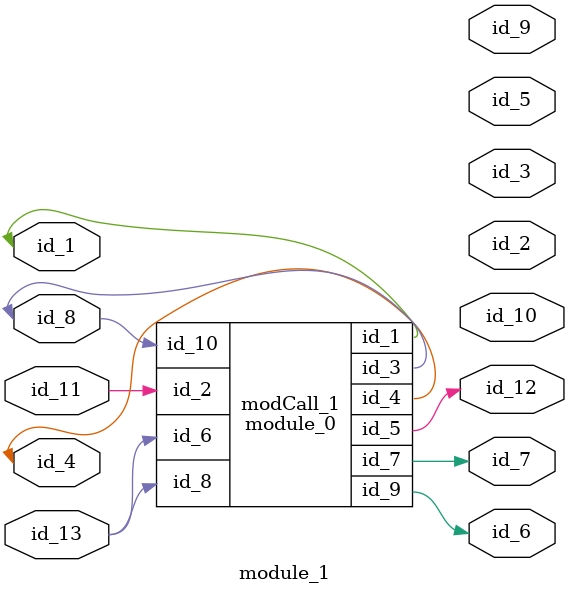
<source format=v>
module module_0 (
    id_1,
    id_2,
    id_3,
    id_4,
    id_5,
    id_6,
    id_7,
    id_8,
    id_9,
    id_10
);
  input wire id_10;
  output wire id_9;
  input wire id_8;
  output wire id_7;
  input wire id_6;
  output wire id_5;
  inout wire id_4;
  output wire id_3;
  input wire id_2;
  inout wire id_1;
  supply0 id_11;
  assign id_11 = 1;
endmodule
module module_1 (
    id_1,
    id_2,
    id_3,
    id_4,
    id_5,
    id_6,
    id_7,
    id_8,
    id_9,
    id_10,
    id_11,
    id_12,
    id_13
);
  input wire id_13;
  module_0 modCall_1 (
      id_1,
      id_11,
      id_8,
      id_4,
      id_12,
      id_13,
      id_7,
      id_13,
      id_6,
      id_8
  );
  output wire id_12;
  input wire id_11;
  output wire id_10;
  output wire id_9;
  inout wire id_8;
  output wire id_7;
  output wire id_6;
  output wire id_5;
  inout wire id_4;
  output wire id_3;
  output wire id_2;
  inout wire id_1;
  wire id_14;
endmodule

</source>
